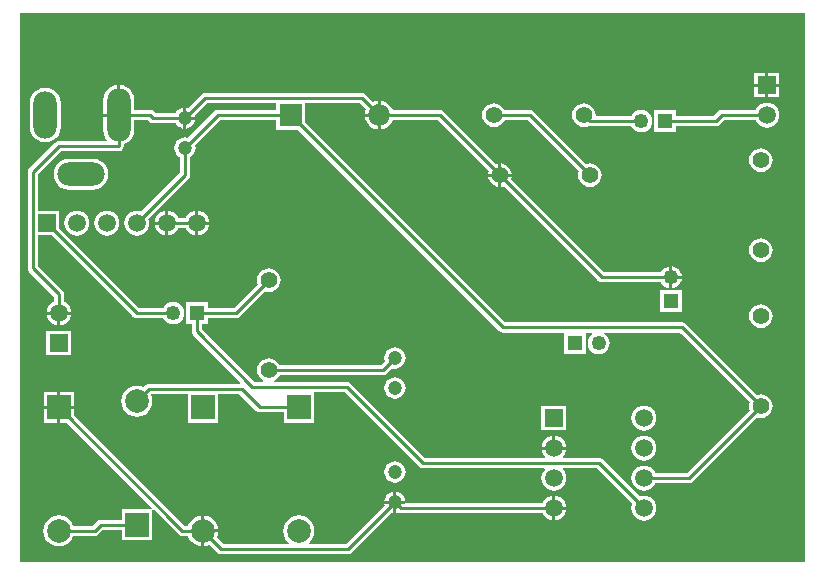
<source format=gbl>
%FSLAX25Y25*%
%MOIN*%
G70*
G01*
G75*
G04 Layer_Physical_Order=2*
G04 Layer_Color=16711680*
%ADD10C,0.01000*%
%ADD11C,0.03937*%
%ADD12C,0.05512*%
%ADD13C,0.05906*%
%ADD14R,0.05906X0.05906*%
%ADD15O,0.05906X0.15748*%
%ADD16O,0.15748X0.05906*%
%ADD17O,0.05906X0.17716*%
%ADD18O,0.15748X0.07874*%
%ADD19O,0.07874X0.15748*%
%ADD20O,0.07874X0.17716*%
%ADD21R,0.04921X0.04921*%
%ADD22C,0.04921*%
%ADD23R,0.04921X0.04921*%
%ADD24R,0.07284X0.07284*%
%ADD25C,0.07284*%
%ADD26C,0.04724*%
%ADD27C,0.07874*%
%ADD28R,0.07874X0.07874*%
%ADD29R,0.05906X0.05906*%
G36*
X468666Y306925D02*
X206925D01*
Y489926D01*
X468666D01*
Y306925D01*
D02*
G37*
%LPC*%
G36*
X225118Y363709D02*
X220500D01*
Y359091D01*
X225118D01*
Y363709D01*
D02*
G37*
G36*
X332000Y368574D02*
X331075Y368452D01*
X330213Y368095D01*
X329473Y367527D01*
X328905Y366787D01*
X328548Y365925D01*
X328426Y365000D01*
X328548Y364075D01*
X328905Y363213D01*
X329473Y362473D01*
X330213Y361905D01*
X331075Y361548D01*
X332000Y361426D01*
X332925Y361548D01*
X333787Y361905D01*
X334527Y362473D01*
X335095Y363213D01*
X335452Y364075D01*
X335574Y365000D01*
X335452Y365925D01*
X335095Y366787D01*
X334527Y367527D01*
X333787Y368095D01*
X332925Y368452D01*
X332000Y368574D01*
D02*
G37*
G36*
X224134Y384134D02*
X215866D01*
Y375866D01*
X224134D01*
Y384134D01*
D02*
G37*
G36*
X389134Y359134D02*
X380866D01*
Y350866D01*
X389134D01*
Y359134D01*
D02*
G37*
G36*
X219500Y358091D02*
X214882D01*
Y353472D01*
X219500D01*
Y358091D01*
D02*
G37*
G36*
Y363709D02*
X214882D01*
Y359091D01*
X219500D01*
Y363709D01*
D02*
G37*
G36*
X454000Y392971D02*
X452972Y392836D01*
X452014Y392439D01*
X451192Y391808D01*
X450561Y390985D01*
X450164Y390028D01*
X450029Y389000D01*
X450164Y387972D01*
X450561Y387015D01*
X451192Y386192D01*
X452014Y385561D01*
X452972Y385164D01*
X454000Y385029D01*
X455028Y385164D01*
X455985Y385561D01*
X456808Y386192D01*
X457439Y387015D01*
X457836Y387972D01*
X457971Y389000D01*
X457836Y390028D01*
X457439Y390985D01*
X456808Y391808D01*
X455985Y392439D01*
X455028Y392836D01*
X454000Y392971D01*
D02*
G37*
G36*
X290000Y404971D02*
X288972Y404836D01*
X288015Y404439D01*
X287192Y403808D01*
X286561Y402985D01*
X286164Y402028D01*
X286029Y401000D01*
X286164Y399972D01*
X286277Y399701D01*
X278290Y391714D01*
X269579D01*
Y393642D01*
X262295D01*
Y386358D01*
X264223D01*
Y383863D01*
X264223Y383863D01*
X264223D01*
X264353Y383207D01*
X264725Y382651D01*
X280500Y366876D01*
X280309Y366414D01*
X250109D01*
X249453Y366284D01*
X248897Y365912D01*
X248203Y365218D01*
X247336Y365577D01*
X246000Y365753D01*
X244664Y365577D01*
X243419Y365061D01*
X242350Y364241D01*
X241529Y363172D01*
X241014Y361927D01*
X240838Y360591D01*
X241014Y359255D01*
X241529Y358010D01*
X242350Y356940D01*
X243419Y356120D01*
X244664Y355604D01*
X246000Y355428D01*
X247336Y355604D01*
X248581Y356120D01*
X249650Y356940D01*
X250471Y358010D01*
X250986Y359255D01*
X251162Y360591D01*
X250986Y361927D01*
X250627Y362794D01*
X250819Y362986D01*
X262882D01*
Y353472D01*
X273118D01*
Y362986D01*
X280190D01*
X285797Y357379D01*
X285797D01*
X285797Y357379D01*
X285797Y357379D01*
Y357379D01*
X286353Y357007D01*
X287009Y356877D01*
X294882D01*
Y353472D01*
X305118D01*
Y363586D01*
X315490D01*
X340288Y338788D01*
X340844Y338416D01*
X340953Y338395D01*
X341500Y338286D01*
X381746D01*
X381967Y337838D01*
X381389Y337085D01*
X380973Y336079D01*
X380831Y335000D01*
X380973Y333921D01*
X381389Y332915D01*
X382052Y332052D01*
X382915Y331389D01*
X383921Y330973D01*
X385000Y330831D01*
X386079Y330973D01*
X387085Y331389D01*
X387948Y332052D01*
X388611Y332915D01*
X389027Y333921D01*
X389170Y335000D01*
X389027Y336079D01*
X388611Y337085D01*
X387948Y337948D01*
X388063Y338286D01*
X399290D01*
X411126Y326450D01*
X410972Y326079D01*
X410830Y325000D01*
X410972Y323921D01*
X411389Y322915D01*
X412052Y322052D01*
X412915Y321389D01*
X413921Y320973D01*
X415000Y320830D01*
X416079Y320973D01*
X417085Y321389D01*
X417948Y322052D01*
X418611Y322915D01*
X419028Y323921D01*
X419170Y325000D01*
X419028Y326079D01*
X418611Y327085D01*
X417948Y327948D01*
X417085Y328611D01*
X416079Y329027D01*
X415000Y329170D01*
X413921Y329027D01*
X413550Y328874D01*
X401212Y341212D01*
X400656Y341584D01*
X400000Y341714D01*
X388254D01*
X388033Y342162D01*
X388611Y342915D01*
X389027Y343921D01*
X389104Y344500D01*
X380896D01*
X380973Y343921D01*
X381389Y342915D01*
X381967Y342162D01*
X381746Y341714D01*
X342210D01*
X317412Y366512D01*
X316856Y366884D01*
X316200Y367014D01*
X291946D01*
X291849Y367504D01*
X291986Y367561D01*
X292808Y368192D01*
X293439Y369015D01*
X293551Y369286D01*
X328000D01*
X328656Y369416D01*
X329212Y369788D01*
X329212Y369788D01*
X329212Y369788D01*
X331002Y371578D01*
X331075Y371548D01*
X332000Y371426D01*
X332925Y371548D01*
X333787Y371905D01*
X334527Y372473D01*
X335095Y373213D01*
X335452Y374075D01*
X335574Y375000D01*
X335452Y375925D01*
X335095Y376787D01*
X334527Y377527D01*
X333787Y378095D01*
X332925Y378452D01*
X332000Y378574D01*
X331075Y378452D01*
X330213Y378095D01*
X329473Y377527D01*
X328905Y376787D01*
X328548Y375925D01*
X328426Y375000D01*
X328548Y374075D01*
X328578Y374002D01*
X327290Y372714D01*
X293551D01*
X293439Y372986D01*
X292808Y373808D01*
X291986Y374439D01*
X291028Y374836D01*
X290000Y374971D01*
X288972Y374836D01*
X288015Y374439D01*
X287192Y373808D01*
X286561Y372986D01*
X286164Y372028D01*
X286029Y371000D01*
X286164Y369972D01*
X286561Y369015D01*
X287192Y368192D01*
X288015Y367561D01*
X288151Y367504D01*
X288054Y367014D01*
X285210D01*
X267651Y384573D01*
Y386358D01*
X269579D01*
Y388286D01*
X279000D01*
X279656Y388416D01*
X280212Y388788D01*
X288701Y397277D01*
X288972Y397164D01*
X290000Y397029D01*
X291028Y397164D01*
X291986Y397561D01*
X292808Y398192D01*
X293439Y399014D01*
X293836Y399972D01*
X293971Y401000D01*
X293836Y402028D01*
X293439Y402985D01*
X292808Y403808D01*
X291986Y404439D01*
X291028Y404836D01*
X290000Y404971D01*
D02*
G37*
G36*
X370905Y435500D02*
X367500D01*
Y432095D01*
X368028Y432164D01*
X368299Y432277D01*
X399851Y400725D01*
X399851D01*
X399851Y400725D01*
X399851Y400725D01*
Y400725D01*
X400407Y400353D01*
X401063Y400223D01*
X420768D01*
X420819Y400100D01*
X421403Y399340D01*
X422163Y398756D01*
X423049Y398389D01*
X423500Y398330D01*
Y401936D01*
Y405544D01*
X423049Y405485D01*
X422163Y405118D01*
X421403Y404534D01*
X420819Y403774D01*
X420768Y403651D01*
X401773D01*
X370723Y434701D01*
X370836Y434972D01*
X370905Y435500D01*
D02*
G37*
G36*
X427607Y401437D02*
X424500D01*
Y398330D01*
X424951Y398389D01*
X425837Y398756D01*
X426597Y399340D01*
X427181Y400100D01*
X427548Y400986D01*
X427607Y401437D01*
D02*
G37*
G36*
X219500Y389500D02*
X215896D01*
X215973Y388921D01*
X216389Y387915D01*
X217052Y387052D01*
X217915Y386389D01*
X218921Y385973D01*
X219500Y385896D01*
Y389500D01*
D02*
G37*
G36*
X224104D02*
X220500D01*
Y385896D01*
X221079Y385973D01*
X222085Y386389D01*
X222948Y387052D01*
X223611Y387915D01*
X224027Y388921D01*
X224104Y389500D01*
D02*
G37*
G36*
X427642Y397705D02*
X420358D01*
Y390421D01*
X427642D01*
Y397705D01*
D02*
G37*
G36*
X225118Y358091D02*
X220500D01*
Y353472D01*
X222694D01*
X251177Y324989D01*
X251142Y324905D01*
D01*
X250986Y324528D01*
X240882D01*
Y321123D01*
X234000D01*
X233344Y320993D01*
X232788Y320621D01*
X231290Y319123D01*
X224830D01*
X224471Y319990D01*
X223650Y321060D01*
X222581Y321880D01*
X221336Y322396D01*
X220000Y322572D01*
X218664Y322396D01*
X217419Y321880D01*
X216350Y321060D01*
X215529Y319990D01*
X215014Y318745D01*
X214838Y317409D01*
X215014Y316073D01*
X215529Y314828D01*
X216350Y313759D01*
X217419Y312939D01*
X218664Y312423D01*
X220000Y312247D01*
X221336Y312423D01*
X222581Y312939D01*
X223650Y313759D01*
X224471Y314828D01*
X224830Y315695D01*
X232000D01*
X232656Y315826D01*
X233212Y316197D01*
X233212Y316197D01*
X233212Y316197D01*
X234710Y317695D01*
X240882D01*
Y314291D01*
X251118D01*
Y324395D01*
X251496Y324552D01*
D01*
X251580Y324587D01*
X259969Y316197D01*
X259969D01*
X259969Y316197D01*
X259969Y316197D01*
Y316197D01*
X260525Y315826D01*
X261181Y315695D01*
X263170D01*
X263529Y314828D01*
X264350Y313759D01*
X265419Y312939D01*
X266664Y312423D01*
X267500Y312313D01*
Y317408D01*
Y322506D01*
X266664Y322396D01*
X265419Y321880D01*
X264350Y321060D01*
X263529Y319990D01*
X263170Y319123D01*
X261891D01*
X225118Y355896D01*
Y358091D01*
D02*
G37*
G36*
X385500Y329104D02*
Y325500D01*
X389104D01*
X389027Y326079D01*
X388611Y327085D01*
X387948Y327948D01*
X387085Y328611D01*
X386079Y329027D01*
X385500Y329104D01*
D02*
G37*
G36*
X384500D02*
X383921Y329027D01*
X382915Y328611D01*
X382052Y327948D01*
X381389Y327085D01*
X381236Y326714D01*
X335825D01*
X335574Y327000D01*
X335508Y326500D01*
X332500D01*
Y323492D01*
X332925Y323548D01*
X333062Y323605D01*
X333344Y323416D01*
X334000Y323286D01*
X381236D01*
X381389Y322915D01*
X382052Y322052D01*
X382915Y321389D01*
X383921Y320973D01*
X384500Y320896D01*
Y324999D01*
Y329104D01*
D02*
G37*
G36*
X268500Y322506D02*
Y317909D01*
X273096D01*
X272986Y318745D01*
X272471Y319990D01*
X271650Y321060D01*
X270581Y321880D01*
X269336Y322396D01*
X268500Y322506D01*
D02*
G37*
G36*
X389104Y324500D02*
X385500D01*
Y320896D01*
X386079Y320973D01*
X387085Y321389D01*
X387948Y322052D01*
X388611Y322915D01*
X389027Y323921D01*
X389104Y324500D01*
D02*
G37*
G36*
X331500Y326500D02*
X328492D01*
X328548Y326075D01*
X328578Y326002D01*
X315590Y313014D01*
X303457D01*
X303296Y313488D01*
X303650Y313759D01*
X304471Y314828D01*
X304986Y316073D01*
X305162Y317409D01*
X304986Y318745D01*
X304471Y319990D01*
X303650Y321060D01*
X302581Y321880D01*
X301336Y322396D01*
X300000Y322572D01*
X298664Y322396D01*
X297419Y321880D01*
X296350Y321060D01*
X295529Y319990D01*
X295014Y318745D01*
X294838Y317409D01*
X295014Y316073D01*
X295529Y314828D01*
X296350Y313759D01*
X296704Y313488D01*
X296543Y313014D01*
X274819D01*
X272627Y315206D01*
X272986Y316073D01*
X273096Y316909D01*
X268500D01*
Y312313D01*
X269336Y312423D01*
X270203Y312782D01*
X272897Y310088D01*
X272897D01*
X272897Y310088D01*
X272897Y310088D01*
Y310088D01*
X273453Y309716D01*
X274109Y309586D01*
X316300D01*
X316956Y309716D01*
X317512Y310088D01*
X331002Y323578D01*
X331075Y323548D01*
X331500Y323492D01*
Y326500D01*
D02*
G37*
G36*
Y330508D02*
X331075Y330452D01*
X330213Y330095D01*
X329473Y329527D01*
X328905Y328787D01*
X328548Y327925D01*
X328492Y327500D01*
X331500D01*
Y330508D01*
D02*
G37*
G36*
X384500Y349104D02*
X383921Y349027D01*
X382915Y348611D01*
X382052Y347948D01*
X381389Y347085D01*
X380973Y346079D01*
X380896Y345500D01*
X384500D01*
Y349104D01*
D02*
G37*
G36*
X385500D02*
Y345500D01*
X389104D01*
X389027Y346079D01*
X388611Y347085D01*
X387948Y347948D01*
X387085Y348611D01*
X386079Y349027D01*
X385500Y349104D01*
D02*
G37*
G36*
X415000Y359170D02*
X413921Y359027D01*
X412915Y358611D01*
X412052Y357948D01*
X411389Y357085D01*
X410972Y356079D01*
X410830Y355000D01*
X410972Y353921D01*
X411389Y352915D01*
X412052Y352052D01*
X412915Y351389D01*
X413921Y350973D01*
X415000Y350831D01*
X416079Y350973D01*
X417085Y351389D01*
X417948Y352052D01*
X418611Y352915D01*
X419028Y353921D01*
X419170Y355000D01*
X419028Y356079D01*
X418611Y357085D01*
X417948Y357948D01*
X417085Y358611D01*
X416079Y359027D01*
X415000Y359170D01*
D02*
G37*
G36*
X332500Y330508D02*
Y327500D01*
X335508D01*
X335452Y327925D01*
X335095Y328787D01*
X334527Y329527D01*
X333787Y330095D01*
X332925Y330452D01*
X332500Y330508D01*
D02*
G37*
G36*
X332000Y340574D02*
X331075Y340452D01*
X330213Y340095D01*
X329473Y339527D01*
X328905Y338787D01*
X328548Y337925D01*
X328426Y337000D01*
X328548Y336075D01*
X328905Y335213D01*
X329473Y334473D01*
X330213Y333905D01*
X331075Y333548D01*
X332000Y333426D01*
X332925Y333548D01*
X333787Y333905D01*
X334527Y334473D01*
X335095Y335213D01*
X335452Y336075D01*
X335574Y337000D01*
X335452Y337925D01*
X335095Y338787D01*
X334527Y339527D01*
X333787Y340095D01*
X332925Y340452D01*
X332000Y340574D01*
D02*
G37*
G36*
X415000Y349169D02*
X413921Y349027D01*
X412915Y348611D01*
X412052Y347948D01*
X411389Y347085D01*
X410972Y346079D01*
X410830Y345000D01*
X410972Y343921D01*
X411389Y342915D01*
X412052Y342052D01*
X412915Y341389D01*
X413921Y340973D01*
X415000Y340830D01*
X416079Y340973D01*
X417085Y341389D01*
X417948Y342052D01*
X418611Y342915D01*
X419028Y343921D01*
X419170Y345000D01*
X419028Y346079D01*
X418611Y347085D01*
X417948Y347948D01*
X417085Y348611D01*
X416079Y349027D01*
X415000Y349169D01*
D02*
G37*
G36*
X326264Y455500D02*
X321965D01*
X322065Y454741D01*
X322551Y453568D01*
X323324Y452560D01*
X324332Y451787D01*
X325505Y451301D01*
X326264Y451201D01*
Y455500D01*
D02*
G37*
G36*
X240437Y466018D02*
Y455999D01*
X239938D01*
Y455500D01*
X234775D01*
Y451079D01*
X234951Y449743D01*
X235466Y448498D01*
X236030Y447762D01*
X235809Y447314D01*
X219900D01*
X219244Y447184D01*
X218688Y446812D01*
X210088Y438212D01*
X209716Y437656D01*
X209586Y437000D01*
Y404900D01*
X209586Y404900D01*
X209586D01*
X209716Y404244D01*
X210088Y403688D01*
X218286Y395490D01*
Y393764D01*
X217915Y393611D01*
X217052Y392948D01*
X216389Y392085D01*
X215973Y391079D01*
X215896Y390500D01*
X224104D01*
X224027Y391079D01*
X223611Y392085D01*
X222948Y392948D01*
X222085Y393611D01*
X221714Y393764D01*
Y396200D01*
X221584Y396856D01*
X221212Y397412D01*
X213014Y405610D01*
Y415866D01*
X217710D01*
X244788Y388788D01*
X245344Y388416D01*
X246000Y388286D01*
X254831D01*
X254882Y388163D01*
X255466Y387403D01*
X256226Y386819D01*
X257112Y386452D01*
X258063Y386327D01*
X259014Y386452D01*
X259900Y386819D01*
X260660Y387403D01*
X261244Y388163D01*
X261611Y389049D01*
X261736Y390000D01*
X261611Y390951D01*
X261244Y391837D01*
X260660Y392597D01*
X259900Y393181D01*
X259014Y393548D01*
X258063Y393673D01*
X257112Y393548D01*
X256226Y393181D01*
X255466Y392597D01*
X254882Y391837D01*
X254831Y391714D01*
X246710D01*
X220134Y418290D01*
Y424134D01*
X213014D01*
Y436290D01*
X220610Y443886D01*
X239937D01*
X240593Y444016D01*
X241149Y444388D01*
X241521Y444944D01*
X241651Y445600D01*
X241651Y445600D01*
X241651Y445600D01*
Y445600D01*
Y446249D01*
X242518Y446608D01*
X243587Y447429D01*
X244408Y448498D01*
X244923Y449743D01*
X245099Y451079D01*
Y454286D01*
X249690D01*
X250188Y453788D01*
X250744Y453416D01*
X250853Y453395D01*
X251400Y453286D01*
X258875D01*
X258905Y453213D01*
X259473Y452473D01*
X260213Y451905D01*
X261075Y451548D01*
X261500Y451492D01*
Y454999D01*
Y458508D01*
X261075Y458452D01*
X260213Y458095D01*
X259473Y457527D01*
X258905Y456787D01*
X258875Y456714D01*
X252110D01*
X251612Y457212D01*
X251056Y457584D01*
X250400Y457714D01*
X245099D01*
Y460921D01*
X244923Y462257D01*
X244408Y463502D01*
X243587Y464572D01*
X242518Y465392D01*
X241273Y465908D01*
X240437Y466018D01*
D02*
G37*
G36*
X265508Y454500D02*
X262500D01*
Y451492D01*
X262925Y451548D01*
X263787Y451905D01*
X264527Y452473D01*
X265095Y453213D01*
X265452Y454075D01*
X265508Y454500D01*
D02*
G37*
G36*
X454000Y444971D02*
X452972Y444836D01*
X452014Y444439D01*
X451192Y443808D01*
X450561Y442985D01*
X450164Y442028D01*
X450029Y441000D01*
X450164Y439972D01*
X450561Y439014D01*
X451192Y438192D01*
X452014Y437561D01*
X452972Y437164D01*
X454000Y437029D01*
X455028Y437164D01*
X455985Y437561D01*
X456808Y438192D01*
X457439Y439014D01*
X457836Y439972D01*
X457971Y441000D01*
X457836Y442028D01*
X457439Y442985D01*
X456808Y443808D01*
X455985Y444439D01*
X455028Y444836D01*
X454000Y444971D01*
D02*
G37*
G36*
X215528Y465099D02*
X214192Y464923D01*
X212947Y464408D01*
X211877Y463587D01*
X211057Y462518D01*
X210541Y461273D01*
X210365Y459937D01*
Y452063D01*
X210541Y450727D01*
X211057Y449482D01*
X211877Y448413D01*
X212947Y447592D01*
X214192Y447077D01*
X215528Y446901D01*
X216864Y447077D01*
X218109Y447592D01*
X219178Y448413D01*
X219998Y449482D01*
X220514Y450727D01*
X220690Y452063D01*
Y459937D01*
X220514Y461273D01*
X219998Y462518D01*
X219178Y463587D01*
X218109Y464408D01*
X216864Y464923D01*
X215528Y465099D01*
D02*
G37*
G36*
X395000Y459971D02*
X393972Y459836D01*
X393015Y459439D01*
X392192Y458808D01*
X391561Y457985D01*
X391164Y457028D01*
X391029Y456000D01*
X391164Y454972D01*
X391561Y454014D01*
X392192Y453192D01*
X393015Y452561D01*
X393972Y452164D01*
X395000Y452029D01*
X396028Y452164D01*
X396542Y452377D01*
X397000Y452286D01*
X410831D01*
X410882Y452163D01*
X411466Y451403D01*
X412226Y450819D01*
X413112Y450452D01*
X414063Y450327D01*
X415014Y450452D01*
X415900Y450819D01*
X416660Y451403D01*
X417244Y452163D01*
X417611Y453049D01*
X417736Y454000D01*
X417611Y454951D01*
X417244Y455837D01*
X416660Y456597D01*
X415900Y457181D01*
X415014Y457548D01*
X414063Y457673D01*
X413112Y457548D01*
X412226Y457181D01*
X411466Y456597D01*
X410882Y455837D01*
X410831Y455714D01*
X399222D01*
X398971Y456000D01*
X398836Y457028D01*
X398439Y457985D01*
X397808Y458808D01*
X396986Y459439D01*
X396028Y459836D01*
X395000Y459971D01*
D02*
G37*
G36*
X456000Y460170D02*
X454921Y460028D01*
X453915Y459611D01*
X453052Y458948D01*
X452389Y458085D01*
X452236Y457714D01*
X441000D01*
X440344Y457584D01*
X439788Y457212D01*
X438290Y455714D01*
X425579D01*
Y457642D01*
X418295D01*
Y450358D01*
X425579D01*
Y452286D01*
X439000D01*
X439656Y452416D01*
X440212Y452788D01*
X441710Y454286D01*
X452236D01*
X452389Y453915D01*
X453052Y453052D01*
X453915Y452389D01*
X454921Y451972D01*
X456000Y451830D01*
X457079Y451972D01*
X458085Y452389D01*
X458948Y453052D01*
X459611Y453915D01*
X460028Y454921D01*
X460170Y456000D01*
X460028Y457079D01*
X459611Y458085D01*
X458948Y458948D01*
X458085Y459611D01*
X457079Y460028D01*
X456000Y460170D01*
D02*
G37*
G36*
X460134Y465500D02*
X456500D01*
Y461866D01*
X460134D01*
Y465500D01*
D02*
G37*
G36*
X455500Y470134D02*
X451866D01*
Y466500D01*
X455500D01*
Y470134D01*
D02*
G37*
G36*
X460134D02*
X456500D01*
Y466500D01*
X460134D01*
Y470134D01*
D02*
G37*
G36*
X239437Y466018D02*
X238601Y465908D01*
X237356Y465392D01*
X236287Y464572D01*
X235466Y463502D01*
X234951Y462257D01*
X234775Y460921D01*
Y456500D01*
X239437D01*
Y466018D01*
D02*
G37*
G36*
X320964Y463514D02*
X268800D01*
X268144Y463384D01*
X267588Y463012D01*
X262998Y458422D01*
X262925Y458452D01*
X262500Y458508D01*
Y455500D01*
X265508D01*
X265452Y455925D01*
X265422Y455998D01*
X269510Y460086D01*
X292413D01*
Y457714D01*
X273000D01*
X272344Y457584D01*
X271788Y457212D01*
X262998Y448422D01*
X262925Y448452D01*
X262000Y448574D01*
X261075Y448452D01*
X260213Y448095D01*
X259473Y447527D01*
X258905Y446787D01*
X258548Y445925D01*
X258426Y445000D01*
X258548Y444075D01*
X258905Y443213D01*
X259473Y442473D01*
X260213Y441905D01*
X260286Y441875D01*
Y436710D01*
X247450Y423874D01*
X247079Y424027D01*
X246000Y424169D01*
X244921Y424027D01*
X243915Y423611D01*
X243052Y422948D01*
X242389Y422085D01*
X241973Y421079D01*
X241830Y420000D01*
X241973Y418921D01*
X242389Y417915D01*
X243052Y417052D01*
X243915Y416389D01*
X244921Y415973D01*
X246000Y415831D01*
X247079Y415973D01*
X248085Y416389D01*
X248948Y417052D01*
X249611Y417915D01*
X250027Y418921D01*
X250169Y420000D01*
X250027Y421079D01*
X249874Y421450D01*
X263212Y434788D01*
X263584Y435344D01*
X263714Y436000D01*
X263714Y436000D01*
X263714Y436000D01*
Y436000D01*
Y441875D01*
X263787Y441905D01*
X264527Y442473D01*
X265095Y443213D01*
X265452Y444075D01*
X265574Y445000D01*
X265452Y445925D01*
X265422Y445998D01*
X273710Y454286D01*
X292413D01*
Y451177D01*
X299635D01*
X366824Y383988D01*
X367380Y383616D01*
X368036Y383486D01*
X388421D01*
Y376358D01*
X395705D01*
Y383486D01*
X397720D01*
X397881Y383013D01*
X397340Y382597D01*
X396756Y381837D01*
X396389Y380951D01*
X396264Y380000D01*
X396389Y379049D01*
X396756Y378163D01*
X397340Y377403D01*
X398100Y376819D01*
X398986Y376452D01*
X399937Y376327D01*
X400888Y376452D01*
X401774Y376819D01*
X402534Y377403D01*
X403118Y378163D01*
X403485Y379049D01*
X403610Y380000D01*
X403485Y380951D01*
X403118Y381837D01*
X402534Y382597D01*
X401774Y383181D01*
X401834Y383486D01*
X427090D01*
X450277Y360299D01*
X450164Y360028D01*
X450029Y359000D01*
X450164Y357972D01*
X450277Y357701D01*
X429290Y336714D01*
X418764D01*
X418611Y337085D01*
X417948Y337948D01*
X417085Y338611D01*
X416079Y339027D01*
X415000Y339170D01*
X413921Y339027D01*
X412915Y338611D01*
X412052Y337948D01*
X411389Y337085D01*
X410972Y336079D01*
X410830Y335000D01*
X410972Y333921D01*
X411389Y332915D01*
X412052Y332052D01*
X412915Y331389D01*
X413921Y330973D01*
X415000Y330831D01*
X416079Y330973D01*
X417085Y331389D01*
X417948Y332052D01*
X418611Y332915D01*
X418764Y333286D01*
X430000D01*
X430656Y333416D01*
X431212Y333788D01*
X452701Y355277D01*
X452972Y355164D01*
X454000Y355029D01*
X455028Y355164D01*
X455985Y355561D01*
X456808Y356192D01*
X457439Y357014D01*
X457836Y357972D01*
X457971Y359000D01*
X457836Y360028D01*
X457439Y360985D01*
X456808Y361808D01*
X455985Y362439D01*
X455028Y362836D01*
X454000Y362971D01*
X452972Y362836D01*
X452701Y362723D01*
X429012Y386412D01*
X428456Y386784D01*
X427800Y386914D01*
X368746D01*
X302059Y453601D01*
Y460086D01*
X320254D01*
X322363Y457977D01*
X322065Y457259D01*
X321965Y456500D01*
X326264D01*
Y460799D01*
X325505Y460699D01*
X324787Y460401D01*
X322176Y463012D01*
X321620Y463384D01*
X320964Y463514D01*
D02*
G37*
G36*
X455500Y465500D02*
X451866D01*
Y461866D01*
X455500D01*
Y465500D01*
D02*
G37*
G36*
X367500Y439905D02*
Y436500D01*
X370905D01*
X370836Y437028D01*
X370439Y437986D01*
X369808Y438808D01*
X368986Y439439D01*
X368028Y439836D01*
X367500Y439905D01*
D02*
G37*
G36*
X236000Y424169D02*
X234921Y424027D01*
X233915Y423611D01*
X233052Y422948D01*
X232389Y422085D01*
X231973Y421079D01*
X231831Y420000D01*
X231973Y418921D01*
X232389Y417915D01*
X233052Y417052D01*
X233915Y416389D01*
X234921Y415973D01*
X236000Y415831D01*
X237079Y415973D01*
X238085Y416389D01*
X238948Y417052D01*
X239611Y417915D01*
X240027Y418921D01*
X240170Y420000D01*
X240027Y421079D01*
X239611Y422085D01*
X238948Y422948D01*
X238085Y423611D01*
X237079Y424027D01*
X236000Y424169D01*
D02*
G37*
G36*
X255500Y419500D02*
X251896D01*
X251973Y418921D01*
X252389Y417915D01*
X253052Y417052D01*
X253915Y416389D01*
X254921Y415973D01*
X255500Y415896D01*
Y419500D01*
D02*
G37*
G36*
X270104D02*
X266500D01*
Y415896D01*
X267079Y415973D01*
X268085Y416389D01*
X268948Y417052D01*
X269611Y417915D01*
X270027Y418921D01*
X270104Y419500D01*
D02*
G37*
G36*
X424500Y405544D02*
Y402437D01*
X427607D01*
X427548Y402888D01*
X427181Y403774D01*
X426597Y404534D01*
X425837Y405118D01*
X424951Y405485D01*
X424500Y405544D01*
D02*
G37*
G36*
X454000Y414971D02*
X452972Y414836D01*
X452014Y414439D01*
X451192Y413808D01*
X450561Y412986D01*
X450164Y412028D01*
X450029Y411000D01*
X450164Y409972D01*
X450561Y409015D01*
X451192Y408192D01*
X452014Y407561D01*
X452972Y407164D01*
X454000Y407029D01*
X455028Y407164D01*
X455985Y407561D01*
X456808Y408192D01*
X457439Y409015D01*
X457836Y409972D01*
X457971Y411000D01*
X457836Y412028D01*
X457439Y412986D01*
X456808Y413808D01*
X455985Y414439D01*
X455028Y414836D01*
X454000Y414971D01*
D02*
G37*
G36*
X226000Y424169D02*
X224921Y424027D01*
X223915Y423611D01*
X223052Y422948D01*
X222389Y422085D01*
X221973Y421079D01*
X221831Y420000D01*
X221973Y418921D01*
X222389Y417915D01*
X223052Y417052D01*
X223915Y416389D01*
X224921Y415973D01*
X226000Y415831D01*
X227079Y415973D01*
X228085Y416389D01*
X228948Y417052D01*
X229611Y417915D01*
X230027Y418921D01*
X230170Y420000D01*
X230027Y421079D01*
X229611Y422085D01*
X228948Y422948D01*
X228085Y423611D01*
X227079Y424027D01*
X226000Y424169D01*
D02*
G37*
G36*
X255500Y424104D02*
X254921Y424027D01*
X253915Y423611D01*
X253052Y422948D01*
X252389Y422085D01*
X251973Y421079D01*
X251896Y420500D01*
X255500D01*
Y424104D01*
D02*
G37*
G36*
X365000Y459971D02*
X363972Y459836D01*
X363015Y459439D01*
X362192Y458808D01*
X361561Y457985D01*
X361164Y457028D01*
X361029Y456000D01*
X361164Y454972D01*
X361561Y454014D01*
X362192Y453192D01*
X363015Y452561D01*
X363972Y452164D01*
X365000Y452029D01*
X366028Y452164D01*
X366986Y452561D01*
X367808Y453192D01*
X368439Y454014D01*
X368551Y454286D01*
X376290D01*
X393277Y437299D01*
X393164Y437028D01*
X393029Y436000D01*
X393164Y434972D01*
X393561Y434015D01*
X394192Y433192D01*
X395015Y432561D01*
X395972Y432164D01*
X397000Y432029D01*
X398028Y432164D01*
X398986Y432561D01*
X399808Y433192D01*
X400439Y434015D01*
X400836Y434972D01*
X400971Y436000D01*
X400836Y437028D01*
X400439Y437986D01*
X399808Y438808D01*
X398986Y439439D01*
X398028Y439836D01*
X397000Y439971D01*
X395972Y439836D01*
X395701Y439723D01*
X378212Y457212D01*
X377656Y457584D01*
X377000Y457714D01*
X368551D01*
X368439Y457985D01*
X367808Y458808D01*
X366986Y459439D01*
X366028Y459836D01*
X365000Y459971D01*
D02*
G37*
G36*
X366500Y435500D02*
X363095D01*
X363164Y434972D01*
X363561Y434015D01*
X364192Y433192D01*
X365015Y432561D01*
X365972Y432164D01*
X366500Y432095D01*
Y435500D01*
D02*
G37*
G36*
X327264Y460799D02*
Y455999D01*
Y451201D01*
X328023Y451301D01*
X329196Y451787D01*
X330204Y452560D01*
X330977Y453568D01*
X331274Y454286D01*
X346290D01*
X363277Y437299D01*
X363164Y437028D01*
X363095Y436500D01*
X366500D01*
Y439905D01*
X365972Y439836D01*
X365701Y439723D01*
X348212Y457212D01*
X347656Y457584D01*
X347000Y457714D01*
X331274D01*
X330977Y458432D01*
X330204Y459440D01*
X329196Y460213D01*
X328023Y460699D01*
X327264Y460799D01*
D02*
G37*
G36*
X266500Y424104D02*
Y420500D01*
X270104D01*
X270027Y421079D01*
X269611Y422085D01*
X268948Y422948D01*
X268085Y423611D01*
X267079Y424027D01*
X266500Y424104D01*
D02*
G37*
G36*
X265500D02*
X264921Y424027D01*
X263915Y423611D01*
X263052Y422948D01*
X262389Y422085D01*
X262235Y421714D01*
X259765D01*
X259611Y422085D01*
X258948Y422948D01*
X258085Y423611D01*
X257079Y424027D01*
X256500Y424104D01*
Y419999D01*
Y415896D01*
X257079Y415973D01*
X258085Y416389D01*
X258948Y417052D01*
X259611Y417915D01*
X259765Y418286D01*
X262235D01*
X262389Y417915D01*
X263052Y417052D01*
X263915Y416389D01*
X264921Y415973D01*
X265500Y415896D01*
Y419999D01*
Y424104D01*
D02*
G37*
G36*
X231276Y441477D02*
X223402D01*
X222065Y441301D01*
X220820Y440786D01*
X219751Y439965D01*
X218931Y438896D01*
X218415Y437651D01*
X218239Y436315D01*
X218415Y434979D01*
X218931Y433734D01*
X219751Y432665D01*
X220820Y431844D01*
X222065Y431329D01*
X223402Y431153D01*
X231276D01*
X232612Y431329D01*
X233857Y431844D01*
X234926Y432665D01*
X235746Y433734D01*
X236262Y434979D01*
X236438Y436315D01*
X236262Y437651D01*
X235746Y438896D01*
X234926Y439965D01*
X233857Y440786D01*
X232612Y441301D01*
X231276Y441477D01*
D02*
G37*
%LPD*%
D10*
X262000Y436000D02*
Y445000D01*
X297236Y456000D02*
X368036Y385200D01*
X415000Y335000D02*
X430000D01*
X377000Y456000D02*
X397000Y436000D01*
X365000Y456000D02*
X377000D01*
X220000Y317409D02*
X232000D01*
X234000Y319409D01*
X246000D01*
X287009Y358591D02*
X300000D01*
X246000Y390000D02*
X258063D01*
X265937Y383863D02*
Y390000D01*
X400000Y340000D02*
X415000Y325000D01*
X220000Y358591D02*
X261181Y317409D01*
X274109Y311300D02*
X316300D01*
X334000Y325000D02*
X385000D01*
X239937Y456000D02*
X250400D01*
X251400Y455000D01*
X262000D01*
X320964Y461800D02*
X326764Y456000D01*
X347000D01*
X367000Y436000D01*
X256000Y420000D02*
X266000D01*
X367000Y436000D02*
X401063Y401937D01*
X439000Y454000D02*
X441000Y456000D01*
X368036Y385200D02*
X427800D01*
X454000Y359000D01*
X262000Y445000D02*
X273000Y456000D01*
X297236D01*
X216000Y420000D02*
X246000Y390000D01*
X265937Y383863D02*
X284500Y365300D01*
X316200D01*
X341500Y340000D01*
X400000D01*
X290000Y371000D02*
X328000D01*
X332000Y375000D01*
X268000Y317409D02*
X274109Y311300D01*
X316300D02*
X332000Y327000D01*
X334000Y325000D01*
X401063Y401937D02*
X424000D01*
X262000Y455000D02*
X268800Y461800D01*
X320964D01*
X397000Y454000D02*
X414063D01*
X395000Y456000D02*
X397000Y454000D01*
X441000Y456000D02*
X456000D01*
X421937Y454000D02*
X439000D01*
X220000Y390000D02*
Y396200D01*
X211300Y404900D02*
X220000Y396200D01*
X211300Y404900D02*
Y437000D01*
X219900Y445600D01*
X239937D01*
Y456000D01*
X246000Y420000D02*
X262000Y436000D01*
X280900Y364700D02*
X287009Y358591D01*
X250109Y364700D02*
X280900D01*
X246000Y360591D02*
X250109Y364700D01*
X261181Y317409D02*
X268000D01*
X430000Y335000D02*
X454000Y359000D01*
X279000Y390000D02*
X290000Y401000D01*
X265937Y390000D02*
X279000D01*
D11*
X327000Y396500D02*
D03*
D12*
X454000Y389000D02*
D03*
Y359000D02*
D03*
Y441000D02*
D03*
Y411000D02*
D03*
X365000Y456000D02*
D03*
X395000D02*
D03*
X367000Y436000D02*
D03*
X397000D02*
D03*
X290000Y371000D02*
D03*
Y401000D02*
D03*
D13*
X220000Y390000D02*
D03*
X456000Y456000D02*
D03*
X266000Y420000D02*
D03*
X256000D02*
D03*
X246000D02*
D03*
X236000D02*
D03*
X226000D02*
D03*
X385000Y345000D02*
D03*
Y335000D02*
D03*
Y325000D02*
D03*
X415000Y355000D02*
D03*
Y345000D02*
D03*
Y335000D02*
D03*
Y325000D02*
D03*
D14*
X220000Y380000D02*
D03*
X456000Y466000D02*
D03*
D15*
X215528Y456000D02*
D03*
D16*
X227339Y436315D02*
D03*
D17*
X239937Y456000D02*
D03*
D18*
X227339Y436315D02*
D03*
D19*
X215528Y456000D02*
D03*
D20*
X239937D02*
D03*
D21*
X421937Y454000D02*
D03*
X392063Y380000D02*
D03*
X265937Y390000D02*
D03*
D22*
X414063Y454000D02*
D03*
X399937Y380000D02*
D03*
X424000Y401937D02*
D03*
X258063Y390000D02*
D03*
D23*
X424000Y394063D02*
D03*
D24*
X297236Y456000D02*
D03*
D25*
X326764D02*
D03*
D26*
X332000Y327000D02*
D03*
Y337000D02*
D03*
Y365000D02*
D03*
Y375000D02*
D03*
X262000Y455000D02*
D03*
Y445000D02*
D03*
D27*
X246000Y360591D02*
D03*
X220000Y317409D02*
D03*
X300000D02*
D03*
X268000D02*
D03*
D28*
X246000Y319409D02*
D03*
X220000Y358591D02*
D03*
X300000D02*
D03*
X268000D02*
D03*
D29*
X216000Y420000D02*
D03*
X385000Y355000D02*
D03*
M02*

</source>
